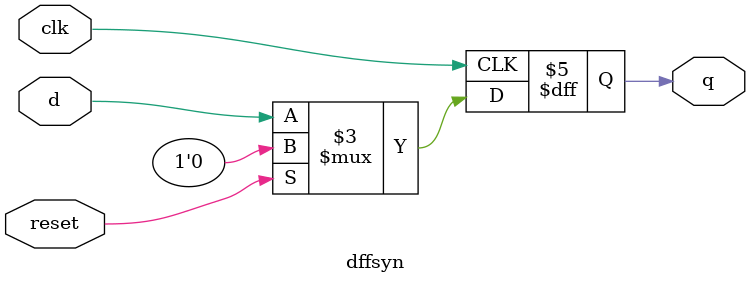
<source format=sv>
module dffsyn (
    input clk,
    input reset,            
    input d,
    output reg  q
);
    always@(posedge clk) begin
        if(reset)
            q<=1'b0;
        else
            q<=d;
    end
endmodule
</source>
